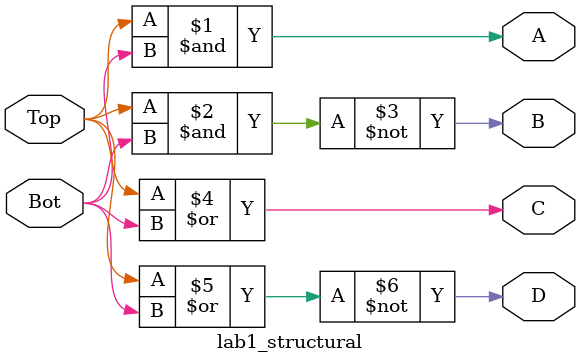
<source format=sv>

`timescale 1ns / 1ps
module lab1_structural(
// Ports I/O
input wire Bot, input wire Top, output wire A, output wire B, output wire C, output wire D
);
// Place gates and connect I/O
// Format: gate_type arbitrary_label (output, input1, input2) 

 and gate1 (A, Top, Bot);
nand gate2 (B, Top, Bot) ;
or gate3 (C, Top, Bot) ;
nor gate4 (D, Top, Bot) ;
endmodule

</source>
